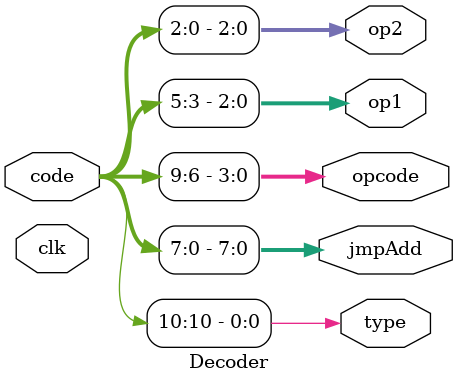
<source format=v>
`timescale 1ns / 1ps
module Decoder(
		input clk,
		input [10:0] code,
		output reg type,
		output reg [7:0] jmpAdd,
		output reg [3:0] opcode,
		output reg [2:0] op1,
		output reg [2:0] op2
    );
	always @(*) begin
		type = code[10];
		jmpAdd = code[7:0];
		opcode = code[9:6];
		op1 = code[5:3];
		op2 = code[2:0];
	
	end
	
endmodule

</source>
